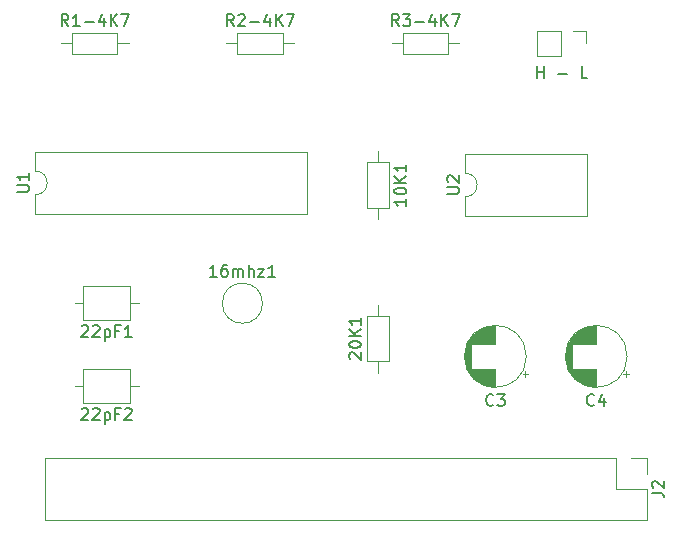
<source format=gbr>
%TF.GenerationSoftware,KiCad,Pcbnew,8.0.0*%
%TF.CreationDate,2024-02-26T14:23:39+00:00*%
%TF.ProjectId,piHat,70694861-742e-46b6-9963-61645f706362,rev?*%
%TF.SameCoordinates,Original*%
%TF.FileFunction,Legend,Top*%
%TF.FilePolarity,Positive*%
%FSLAX46Y46*%
G04 Gerber Fmt 4.6, Leading zero omitted, Abs format (unit mm)*
G04 Created by KiCad (PCBNEW 8.0.0) date 2024-02-26 14:23:39*
%MOMM*%
%LPD*%
G01*
G04 APERTURE LIST*
%ADD10C,0.150000*%
%ADD11C,0.120000*%
G04 APERTURE END LIST*
D10*
X127324819Y-89751904D02*
X128134342Y-89751904D01*
X128134342Y-89751904D02*
X128229580Y-89704285D01*
X128229580Y-89704285D02*
X128277200Y-89656666D01*
X128277200Y-89656666D02*
X128324819Y-89561428D01*
X128324819Y-89561428D02*
X128324819Y-89370952D01*
X128324819Y-89370952D02*
X128277200Y-89275714D01*
X128277200Y-89275714D02*
X128229580Y-89228095D01*
X128229580Y-89228095D02*
X128134342Y-89180476D01*
X128134342Y-89180476D02*
X127324819Y-89180476D01*
X127420057Y-88751904D02*
X127372438Y-88704285D01*
X127372438Y-88704285D02*
X127324819Y-88609047D01*
X127324819Y-88609047D02*
X127324819Y-88370952D01*
X127324819Y-88370952D02*
X127372438Y-88275714D01*
X127372438Y-88275714D02*
X127420057Y-88228095D01*
X127420057Y-88228095D02*
X127515295Y-88180476D01*
X127515295Y-88180476D02*
X127610533Y-88180476D01*
X127610533Y-88180476D02*
X127753390Y-88228095D01*
X127753390Y-88228095D02*
X128324819Y-88799523D01*
X128324819Y-88799523D02*
X128324819Y-88180476D01*
X96380952Y-100970057D02*
X96428571Y-100922438D01*
X96428571Y-100922438D02*
X96523809Y-100874819D01*
X96523809Y-100874819D02*
X96761904Y-100874819D01*
X96761904Y-100874819D02*
X96857142Y-100922438D01*
X96857142Y-100922438D02*
X96904761Y-100970057D01*
X96904761Y-100970057D02*
X96952380Y-101065295D01*
X96952380Y-101065295D02*
X96952380Y-101160533D01*
X96952380Y-101160533D02*
X96904761Y-101303390D01*
X96904761Y-101303390D02*
X96333333Y-101874819D01*
X96333333Y-101874819D02*
X96952380Y-101874819D01*
X97333333Y-100970057D02*
X97380952Y-100922438D01*
X97380952Y-100922438D02*
X97476190Y-100874819D01*
X97476190Y-100874819D02*
X97714285Y-100874819D01*
X97714285Y-100874819D02*
X97809523Y-100922438D01*
X97809523Y-100922438D02*
X97857142Y-100970057D01*
X97857142Y-100970057D02*
X97904761Y-101065295D01*
X97904761Y-101065295D02*
X97904761Y-101160533D01*
X97904761Y-101160533D02*
X97857142Y-101303390D01*
X97857142Y-101303390D02*
X97285714Y-101874819D01*
X97285714Y-101874819D02*
X97904761Y-101874819D01*
X98333333Y-101208152D02*
X98333333Y-102208152D01*
X98333333Y-101255771D02*
X98428571Y-101208152D01*
X98428571Y-101208152D02*
X98619047Y-101208152D01*
X98619047Y-101208152D02*
X98714285Y-101255771D01*
X98714285Y-101255771D02*
X98761904Y-101303390D01*
X98761904Y-101303390D02*
X98809523Y-101398628D01*
X98809523Y-101398628D02*
X98809523Y-101684342D01*
X98809523Y-101684342D02*
X98761904Y-101779580D01*
X98761904Y-101779580D02*
X98714285Y-101827200D01*
X98714285Y-101827200D02*
X98619047Y-101874819D01*
X98619047Y-101874819D02*
X98428571Y-101874819D01*
X98428571Y-101874819D02*
X98333333Y-101827200D01*
X99571428Y-101351009D02*
X99238095Y-101351009D01*
X99238095Y-101874819D02*
X99238095Y-100874819D01*
X99238095Y-100874819D02*
X99714285Y-100874819D01*
X100619047Y-101874819D02*
X100047619Y-101874819D01*
X100333333Y-101874819D02*
X100333333Y-100874819D01*
X100333333Y-100874819D02*
X100238095Y-101017676D01*
X100238095Y-101017676D02*
X100142857Y-101112914D01*
X100142857Y-101112914D02*
X100047619Y-101160533D01*
X119130057Y-103738094D02*
X119082438Y-103690475D01*
X119082438Y-103690475D02*
X119034819Y-103595237D01*
X119034819Y-103595237D02*
X119034819Y-103357142D01*
X119034819Y-103357142D02*
X119082438Y-103261904D01*
X119082438Y-103261904D02*
X119130057Y-103214285D01*
X119130057Y-103214285D02*
X119225295Y-103166666D01*
X119225295Y-103166666D02*
X119320533Y-103166666D01*
X119320533Y-103166666D02*
X119463390Y-103214285D01*
X119463390Y-103214285D02*
X120034819Y-103785713D01*
X120034819Y-103785713D02*
X120034819Y-103166666D01*
X119034819Y-102547618D02*
X119034819Y-102452380D01*
X119034819Y-102452380D02*
X119082438Y-102357142D01*
X119082438Y-102357142D02*
X119130057Y-102309523D01*
X119130057Y-102309523D02*
X119225295Y-102261904D01*
X119225295Y-102261904D02*
X119415771Y-102214285D01*
X119415771Y-102214285D02*
X119653866Y-102214285D01*
X119653866Y-102214285D02*
X119844342Y-102261904D01*
X119844342Y-102261904D02*
X119939580Y-102309523D01*
X119939580Y-102309523D02*
X119987200Y-102357142D01*
X119987200Y-102357142D02*
X120034819Y-102452380D01*
X120034819Y-102452380D02*
X120034819Y-102547618D01*
X120034819Y-102547618D02*
X119987200Y-102642856D01*
X119987200Y-102642856D02*
X119939580Y-102690475D01*
X119939580Y-102690475D02*
X119844342Y-102738094D01*
X119844342Y-102738094D02*
X119653866Y-102785713D01*
X119653866Y-102785713D02*
X119415771Y-102785713D01*
X119415771Y-102785713D02*
X119225295Y-102738094D01*
X119225295Y-102738094D02*
X119130057Y-102690475D01*
X119130057Y-102690475D02*
X119082438Y-102642856D01*
X119082438Y-102642856D02*
X119034819Y-102547618D01*
X120034819Y-101785713D02*
X119034819Y-101785713D01*
X120034819Y-101214285D02*
X119463390Y-101642856D01*
X119034819Y-101214285D02*
X119606247Y-101785713D01*
X120034819Y-100261904D02*
X120034819Y-100833332D01*
X120034819Y-100547618D02*
X119034819Y-100547618D01*
X119034819Y-100547618D02*
X119177676Y-100642856D01*
X119177676Y-100642856D02*
X119272914Y-100738094D01*
X119272914Y-100738094D02*
X119320533Y-100833332D01*
X90924819Y-89571904D02*
X91734342Y-89571904D01*
X91734342Y-89571904D02*
X91829580Y-89524285D01*
X91829580Y-89524285D02*
X91877200Y-89476666D01*
X91877200Y-89476666D02*
X91924819Y-89381428D01*
X91924819Y-89381428D02*
X91924819Y-89190952D01*
X91924819Y-89190952D02*
X91877200Y-89095714D01*
X91877200Y-89095714D02*
X91829580Y-89048095D01*
X91829580Y-89048095D02*
X91734342Y-89000476D01*
X91734342Y-89000476D02*
X90924819Y-89000476D01*
X91924819Y-88000476D02*
X91924819Y-88571904D01*
X91924819Y-88286190D02*
X90924819Y-88286190D01*
X90924819Y-88286190D02*
X91067676Y-88381428D01*
X91067676Y-88381428D02*
X91162914Y-88476666D01*
X91162914Y-88476666D02*
X91210533Y-88571904D01*
X131243558Y-107609579D02*
X131195939Y-107657199D01*
X131195939Y-107657199D02*
X131053082Y-107704818D01*
X131053082Y-107704818D02*
X130957844Y-107704818D01*
X130957844Y-107704818D02*
X130814987Y-107657199D01*
X130814987Y-107657199D02*
X130719749Y-107561960D01*
X130719749Y-107561960D02*
X130672130Y-107466722D01*
X130672130Y-107466722D02*
X130624511Y-107276246D01*
X130624511Y-107276246D02*
X130624511Y-107133389D01*
X130624511Y-107133389D02*
X130672130Y-106942913D01*
X130672130Y-106942913D02*
X130719749Y-106847675D01*
X130719749Y-106847675D02*
X130814987Y-106752437D01*
X130814987Y-106752437D02*
X130957844Y-106704818D01*
X130957844Y-106704818D02*
X131053082Y-106704818D01*
X131053082Y-106704818D02*
X131195939Y-106752437D01*
X131195939Y-106752437D02*
X131243558Y-106800056D01*
X131576892Y-106704818D02*
X132195939Y-106704818D01*
X132195939Y-106704818D02*
X131862606Y-107085770D01*
X131862606Y-107085770D02*
X132005463Y-107085770D01*
X132005463Y-107085770D02*
X132100701Y-107133389D01*
X132100701Y-107133389D02*
X132148320Y-107181008D01*
X132148320Y-107181008D02*
X132195939Y-107276246D01*
X132195939Y-107276246D02*
X132195939Y-107514341D01*
X132195939Y-107514341D02*
X132148320Y-107609579D01*
X132148320Y-107609579D02*
X132100701Y-107657199D01*
X132100701Y-107657199D02*
X132005463Y-107704818D01*
X132005463Y-107704818D02*
X131719749Y-107704818D01*
X131719749Y-107704818D02*
X131624511Y-107657199D01*
X131624511Y-107657199D02*
X131576892Y-107609579D01*
X109261904Y-75534819D02*
X108928571Y-75058628D01*
X108690476Y-75534819D02*
X108690476Y-74534819D01*
X108690476Y-74534819D02*
X109071428Y-74534819D01*
X109071428Y-74534819D02*
X109166666Y-74582438D01*
X109166666Y-74582438D02*
X109214285Y-74630057D01*
X109214285Y-74630057D02*
X109261904Y-74725295D01*
X109261904Y-74725295D02*
X109261904Y-74868152D01*
X109261904Y-74868152D02*
X109214285Y-74963390D01*
X109214285Y-74963390D02*
X109166666Y-75011009D01*
X109166666Y-75011009D02*
X109071428Y-75058628D01*
X109071428Y-75058628D02*
X108690476Y-75058628D01*
X109642857Y-74630057D02*
X109690476Y-74582438D01*
X109690476Y-74582438D02*
X109785714Y-74534819D01*
X109785714Y-74534819D02*
X110023809Y-74534819D01*
X110023809Y-74534819D02*
X110119047Y-74582438D01*
X110119047Y-74582438D02*
X110166666Y-74630057D01*
X110166666Y-74630057D02*
X110214285Y-74725295D01*
X110214285Y-74725295D02*
X110214285Y-74820533D01*
X110214285Y-74820533D02*
X110166666Y-74963390D01*
X110166666Y-74963390D02*
X109595238Y-75534819D01*
X109595238Y-75534819D02*
X110214285Y-75534819D01*
X110642857Y-75153866D02*
X111404762Y-75153866D01*
X112309523Y-74868152D02*
X112309523Y-75534819D01*
X112071428Y-74487200D02*
X111833333Y-75201485D01*
X111833333Y-75201485D02*
X112452380Y-75201485D01*
X112833333Y-75534819D02*
X112833333Y-74534819D01*
X113404761Y-75534819D02*
X112976190Y-74963390D01*
X113404761Y-74534819D02*
X112833333Y-75106247D01*
X113738095Y-74534819D02*
X114404761Y-74534819D01*
X114404761Y-74534819D02*
X113976190Y-75534819D01*
X95261904Y-75534819D02*
X94928571Y-75058628D01*
X94690476Y-75534819D02*
X94690476Y-74534819D01*
X94690476Y-74534819D02*
X95071428Y-74534819D01*
X95071428Y-74534819D02*
X95166666Y-74582438D01*
X95166666Y-74582438D02*
X95214285Y-74630057D01*
X95214285Y-74630057D02*
X95261904Y-74725295D01*
X95261904Y-74725295D02*
X95261904Y-74868152D01*
X95261904Y-74868152D02*
X95214285Y-74963390D01*
X95214285Y-74963390D02*
X95166666Y-75011009D01*
X95166666Y-75011009D02*
X95071428Y-75058628D01*
X95071428Y-75058628D02*
X94690476Y-75058628D01*
X96214285Y-75534819D02*
X95642857Y-75534819D01*
X95928571Y-75534819D02*
X95928571Y-74534819D01*
X95928571Y-74534819D02*
X95833333Y-74677676D01*
X95833333Y-74677676D02*
X95738095Y-74772914D01*
X95738095Y-74772914D02*
X95642857Y-74820533D01*
X96642857Y-75153866D02*
X97404762Y-75153866D01*
X98309523Y-74868152D02*
X98309523Y-75534819D01*
X98071428Y-74487200D02*
X97833333Y-75201485D01*
X97833333Y-75201485D02*
X98452380Y-75201485D01*
X98833333Y-75534819D02*
X98833333Y-74534819D01*
X99404761Y-75534819D02*
X98976190Y-74963390D01*
X99404761Y-74534819D02*
X98833333Y-75106247D01*
X99738095Y-74534819D02*
X100404761Y-74534819D01*
X100404761Y-74534819D02*
X99976190Y-75534819D01*
X123874819Y-90166666D02*
X123874819Y-90738094D01*
X123874819Y-90452380D02*
X122874819Y-90452380D01*
X122874819Y-90452380D02*
X123017676Y-90547618D01*
X123017676Y-90547618D02*
X123112914Y-90642856D01*
X123112914Y-90642856D02*
X123160533Y-90738094D01*
X122874819Y-89547618D02*
X122874819Y-89452380D01*
X122874819Y-89452380D02*
X122922438Y-89357142D01*
X122922438Y-89357142D02*
X122970057Y-89309523D01*
X122970057Y-89309523D02*
X123065295Y-89261904D01*
X123065295Y-89261904D02*
X123255771Y-89214285D01*
X123255771Y-89214285D02*
X123493866Y-89214285D01*
X123493866Y-89214285D02*
X123684342Y-89261904D01*
X123684342Y-89261904D02*
X123779580Y-89309523D01*
X123779580Y-89309523D02*
X123827200Y-89357142D01*
X123827200Y-89357142D02*
X123874819Y-89452380D01*
X123874819Y-89452380D02*
X123874819Y-89547618D01*
X123874819Y-89547618D02*
X123827200Y-89642856D01*
X123827200Y-89642856D02*
X123779580Y-89690475D01*
X123779580Y-89690475D02*
X123684342Y-89738094D01*
X123684342Y-89738094D02*
X123493866Y-89785713D01*
X123493866Y-89785713D02*
X123255771Y-89785713D01*
X123255771Y-89785713D02*
X123065295Y-89738094D01*
X123065295Y-89738094D02*
X122970057Y-89690475D01*
X122970057Y-89690475D02*
X122922438Y-89642856D01*
X122922438Y-89642856D02*
X122874819Y-89547618D01*
X123874819Y-88785713D02*
X122874819Y-88785713D01*
X123874819Y-88214285D02*
X123303390Y-88642856D01*
X122874819Y-88214285D02*
X123446247Y-88785713D01*
X123874819Y-87261904D02*
X123874819Y-87833332D01*
X123874819Y-87547618D02*
X122874819Y-87547618D01*
X122874819Y-87547618D02*
X123017676Y-87642856D01*
X123017676Y-87642856D02*
X123112914Y-87738094D01*
X123112914Y-87738094D02*
X123160533Y-87833332D01*
X144684819Y-115053333D02*
X145399104Y-115053333D01*
X145399104Y-115053333D02*
X145541961Y-115100952D01*
X145541961Y-115100952D02*
X145637200Y-115196190D01*
X145637200Y-115196190D02*
X145684819Y-115339047D01*
X145684819Y-115339047D02*
X145684819Y-115434285D01*
X144780057Y-114624761D02*
X144732438Y-114577142D01*
X144732438Y-114577142D02*
X144684819Y-114481904D01*
X144684819Y-114481904D02*
X144684819Y-114243809D01*
X144684819Y-114243809D02*
X144732438Y-114148571D01*
X144732438Y-114148571D02*
X144780057Y-114100952D01*
X144780057Y-114100952D02*
X144875295Y-114053333D01*
X144875295Y-114053333D02*
X144970533Y-114053333D01*
X144970533Y-114053333D02*
X145113390Y-114100952D01*
X145113390Y-114100952D02*
X145684819Y-114672380D01*
X145684819Y-114672380D02*
X145684819Y-114053333D01*
X107809523Y-96754819D02*
X107238095Y-96754819D01*
X107523809Y-96754819D02*
X107523809Y-95754819D01*
X107523809Y-95754819D02*
X107428571Y-95897676D01*
X107428571Y-95897676D02*
X107333333Y-95992914D01*
X107333333Y-95992914D02*
X107238095Y-96040533D01*
X108666666Y-95754819D02*
X108476190Y-95754819D01*
X108476190Y-95754819D02*
X108380952Y-95802438D01*
X108380952Y-95802438D02*
X108333333Y-95850057D01*
X108333333Y-95850057D02*
X108238095Y-95992914D01*
X108238095Y-95992914D02*
X108190476Y-96183390D01*
X108190476Y-96183390D02*
X108190476Y-96564342D01*
X108190476Y-96564342D02*
X108238095Y-96659580D01*
X108238095Y-96659580D02*
X108285714Y-96707200D01*
X108285714Y-96707200D02*
X108380952Y-96754819D01*
X108380952Y-96754819D02*
X108571428Y-96754819D01*
X108571428Y-96754819D02*
X108666666Y-96707200D01*
X108666666Y-96707200D02*
X108714285Y-96659580D01*
X108714285Y-96659580D02*
X108761904Y-96564342D01*
X108761904Y-96564342D02*
X108761904Y-96326247D01*
X108761904Y-96326247D02*
X108714285Y-96231009D01*
X108714285Y-96231009D02*
X108666666Y-96183390D01*
X108666666Y-96183390D02*
X108571428Y-96135771D01*
X108571428Y-96135771D02*
X108380952Y-96135771D01*
X108380952Y-96135771D02*
X108285714Y-96183390D01*
X108285714Y-96183390D02*
X108238095Y-96231009D01*
X108238095Y-96231009D02*
X108190476Y-96326247D01*
X109190476Y-96754819D02*
X109190476Y-96088152D01*
X109190476Y-96183390D02*
X109238095Y-96135771D01*
X109238095Y-96135771D02*
X109333333Y-96088152D01*
X109333333Y-96088152D02*
X109476190Y-96088152D01*
X109476190Y-96088152D02*
X109571428Y-96135771D01*
X109571428Y-96135771D02*
X109619047Y-96231009D01*
X109619047Y-96231009D02*
X109619047Y-96754819D01*
X109619047Y-96231009D02*
X109666666Y-96135771D01*
X109666666Y-96135771D02*
X109761904Y-96088152D01*
X109761904Y-96088152D02*
X109904761Y-96088152D01*
X109904761Y-96088152D02*
X110000000Y-96135771D01*
X110000000Y-96135771D02*
X110047619Y-96231009D01*
X110047619Y-96231009D02*
X110047619Y-96754819D01*
X110523809Y-96754819D02*
X110523809Y-95754819D01*
X110952380Y-96754819D02*
X110952380Y-96231009D01*
X110952380Y-96231009D02*
X110904761Y-96135771D01*
X110904761Y-96135771D02*
X110809523Y-96088152D01*
X110809523Y-96088152D02*
X110666666Y-96088152D01*
X110666666Y-96088152D02*
X110571428Y-96135771D01*
X110571428Y-96135771D02*
X110523809Y-96183390D01*
X111333333Y-96088152D02*
X111857142Y-96088152D01*
X111857142Y-96088152D02*
X111333333Y-96754819D01*
X111333333Y-96754819D02*
X111857142Y-96754819D01*
X112761904Y-96754819D02*
X112190476Y-96754819D01*
X112476190Y-96754819D02*
X112476190Y-95754819D01*
X112476190Y-95754819D02*
X112380952Y-95897676D01*
X112380952Y-95897676D02*
X112285714Y-95992914D01*
X112285714Y-95992914D02*
X112190476Y-96040533D01*
X123261904Y-75534819D02*
X122928571Y-75058628D01*
X122690476Y-75534819D02*
X122690476Y-74534819D01*
X122690476Y-74534819D02*
X123071428Y-74534819D01*
X123071428Y-74534819D02*
X123166666Y-74582438D01*
X123166666Y-74582438D02*
X123214285Y-74630057D01*
X123214285Y-74630057D02*
X123261904Y-74725295D01*
X123261904Y-74725295D02*
X123261904Y-74868152D01*
X123261904Y-74868152D02*
X123214285Y-74963390D01*
X123214285Y-74963390D02*
X123166666Y-75011009D01*
X123166666Y-75011009D02*
X123071428Y-75058628D01*
X123071428Y-75058628D02*
X122690476Y-75058628D01*
X123595238Y-74534819D02*
X124214285Y-74534819D01*
X124214285Y-74534819D02*
X123880952Y-74915771D01*
X123880952Y-74915771D02*
X124023809Y-74915771D01*
X124023809Y-74915771D02*
X124119047Y-74963390D01*
X124119047Y-74963390D02*
X124166666Y-75011009D01*
X124166666Y-75011009D02*
X124214285Y-75106247D01*
X124214285Y-75106247D02*
X124214285Y-75344342D01*
X124214285Y-75344342D02*
X124166666Y-75439580D01*
X124166666Y-75439580D02*
X124119047Y-75487200D01*
X124119047Y-75487200D02*
X124023809Y-75534819D01*
X124023809Y-75534819D02*
X123738095Y-75534819D01*
X123738095Y-75534819D02*
X123642857Y-75487200D01*
X123642857Y-75487200D02*
X123595238Y-75439580D01*
X124642857Y-75153866D02*
X125404762Y-75153866D01*
X126309523Y-74868152D02*
X126309523Y-75534819D01*
X126071428Y-74487200D02*
X125833333Y-75201485D01*
X125833333Y-75201485D02*
X126452380Y-75201485D01*
X126833333Y-75534819D02*
X126833333Y-74534819D01*
X127404761Y-75534819D02*
X126976190Y-74963390D01*
X127404761Y-74534819D02*
X126833333Y-75106247D01*
X127738095Y-74534819D02*
X128404761Y-74534819D01*
X128404761Y-74534819D02*
X127976190Y-75534819D01*
X134928571Y-79954819D02*
X134928571Y-78954819D01*
X134928571Y-79431009D02*
X135499999Y-79431009D01*
X135499999Y-79954819D02*
X135499999Y-78954819D01*
X136738095Y-79573866D02*
X137500000Y-79573866D01*
X139214285Y-79954819D02*
X138738095Y-79954819D01*
X138738095Y-79954819D02*
X138738095Y-78954819D01*
X139788446Y-107609579D02*
X139740827Y-107657199D01*
X139740827Y-107657199D02*
X139597970Y-107704818D01*
X139597970Y-107704818D02*
X139502732Y-107704818D01*
X139502732Y-107704818D02*
X139359875Y-107657199D01*
X139359875Y-107657199D02*
X139264637Y-107561960D01*
X139264637Y-107561960D02*
X139217018Y-107466722D01*
X139217018Y-107466722D02*
X139169399Y-107276246D01*
X139169399Y-107276246D02*
X139169399Y-107133389D01*
X139169399Y-107133389D02*
X139217018Y-106942913D01*
X139217018Y-106942913D02*
X139264637Y-106847675D01*
X139264637Y-106847675D02*
X139359875Y-106752437D01*
X139359875Y-106752437D02*
X139502732Y-106704818D01*
X139502732Y-106704818D02*
X139597970Y-106704818D01*
X139597970Y-106704818D02*
X139740827Y-106752437D01*
X139740827Y-106752437D02*
X139788446Y-106800056D01*
X140645589Y-107038151D02*
X140645589Y-107704818D01*
X140407494Y-106657199D02*
X140169399Y-107371484D01*
X140169399Y-107371484D02*
X140788446Y-107371484D01*
X96380952Y-107970057D02*
X96428571Y-107922438D01*
X96428571Y-107922438D02*
X96523809Y-107874819D01*
X96523809Y-107874819D02*
X96761904Y-107874819D01*
X96761904Y-107874819D02*
X96857142Y-107922438D01*
X96857142Y-107922438D02*
X96904761Y-107970057D01*
X96904761Y-107970057D02*
X96952380Y-108065295D01*
X96952380Y-108065295D02*
X96952380Y-108160533D01*
X96952380Y-108160533D02*
X96904761Y-108303390D01*
X96904761Y-108303390D02*
X96333333Y-108874819D01*
X96333333Y-108874819D02*
X96952380Y-108874819D01*
X97333333Y-107970057D02*
X97380952Y-107922438D01*
X97380952Y-107922438D02*
X97476190Y-107874819D01*
X97476190Y-107874819D02*
X97714285Y-107874819D01*
X97714285Y-107874819D02*
X97809523Y-107922438D01*
X97809523Y-107922438D02*
X97857142Y-107970057D01*
X97857142Y-107970057D02*
X97904761Y-108065295D01*
X97904761Y-108065295D02*
X97904761Y-108160533D01*
X97904761Y-108160533D02*
X97857142Y-108303390D01*
X97857142Y-108303390D02*
X97285714Y-108874819D01*
X97285714Y-108874819D02*
X97904761Y-108874819D01*
X98333333Y-108208152D02*
X98333333Y-109208152D01*
X98333333Y-108255771D02*
X98428571Y-108208152D01*
X98428571Y-108208152D02*
X98619047Y-108208152D01*
X98619047Y-108208152D02*
X98714285Y-108255771D01*
X98714285Y-108255771D02*
X98761904Y-108303390D01*
X98761904Y-108303390D02*
X98809523Y-108398628D01*
X98809523Y-108398628D02*
X98809523Y-108684342D01*
X98809523Y-108684342D02*
X98761904Y-108779580D01*
X98761904Y-108779580D02*
X98714285Y-108827200D01*
X98714285Y-108827200D02*
X98619047Y-108874819D01*
X98619047Y-108874819D02*
X98428571Y-108874819D01*
X98428571Y-108874819D02*
X98333333Y-108827200D01*
X99571428Y-108351009D02*
X99238095Y-108351009D01*
X99238095Y-108874819D02*
X99238095Y-107874819D01*
X99238095Y-107874819D02*
X99714285Y-107874819D01*
X100047619Y-107970057D02*
X100095238Y-107922438D01*
X100095238Y-107922438D02*
X100190476Y-107874819D01*
X100190476Y-107874819D02*
X100428571Y-107874819D01*
X100428571Y-107874819D02*
X100523809Y-107922438D01*
X100523809Y-107922438D02*
X100571428Y-107970057D01*
X100571428Y-107970057D02*
X100619047Y-108065295D01*
X100619047Y-108065295D02*
X100619047Y-108160533D01*
X100619047Y-108160533D02*
X100571428Y-108303390D01*
X100571428Y-108303390D02*
X100000000Y-108874819D01*
X100000000Y-108874819D02*
X100619047Y-108874819D01*
D11*
%TO.C,U2*%
X128870000Y-86340000D02*
X128870000Y-87990000D01*
X128870000Y-89990000D02*
X128870000Y-91640000D01*
X128870000Y-91640000D02*
X139150000Y-91640000D01*
X139150000Y-86340000D02*
X128870000Y-86340000D01*
X139150000Y-91640000D02*
X139150000Y-86340000D01*
X128870000Y-87990000D02*
G75*
G02*
X128870000Y-89990000I0J-1000000D01*
G01*
%TO.C,22pF1*%
X95790000Y-99000000D02*
X96480000Y-99000000D01*
X96480000Y-97580000D02*
X96480000Y-100420000D01*
X96480000Y-100420000D02*
X100520000Y-100420000D01*
X100520000Y-97580000D02*
X96480000Y-97580000D01*
X100520000Y-100420000D02*
X100520000Y-97580000D01*
X101210000Y-99000000D02*
X100520000Y-99000000D01*
%TO.C,20K1*%
X120580000Y-100080000D02*
X120580000Y-103920000D01*
X120580000Y-103920000D02*
X122420000Y-103920000D01*
X121500000Y-99130000D02*
X121500000Y-100080000D01*
X121500000Y-104870000D02*
X121500000Y-103920000D01*
X122420000Y-100080000D02*
X120580000Y-100080000D01*
X122420000Y-103920000D02*
X122420000Y-100080000D01*
%TO.C,U1*%
X92470000Y-86160000D02*
X92470000Y-87810000D01*
X92470000Y-89810000D02*
X92470000Y-91460000D01*
X92470000Y-91460000D02*
X115450000Y-91460000D01*
X115450000Y-86160000D02*
X92470000Y-86160000D01*
X115450000Y-91460000D02*
X115450000Y-86160000D01*
X92470000Y-87810000D02*
G75*
G02*
X92470000Y-89810000I0J-1000000D01*
G01*
%TO.C,C3*%
X128809225Y-103783999D02*
X128809225Y-103215999D01*
X128849225Y-104017999D02*
X128849225Y-102981999D01*
X128889225Y-104176999D02*
X128889225Y-102822999D01*
X128929225Y-104304999D02*
X128929225Y-102694999D01*
X128969225Y-104414999D02*
X128969225Y-102584999D01*
X129009225Y-104510999D02*
X129009225Y-102488999D01*
X129049225Y-104597999D02*
X129049225Y-102401999D01*
X129089225Y-104677999D02*
X129089225Y-102321999D01*
X129129225Y-104750999D02*
X129129225Y-102248999D01*
X129169225Y-104818999D02*
X129169225Y-102180999D01*
X129209225Y-104882999D02*
X129209225Y-102116999D01*
X129249225Y-104942999D02*
X129249225Y-102056999D01*
X129289225Y-104999999D02*
X129289225Y-101999999D01*
X129329225Y-105053999D02*
X129329225Y-101945999D01*
X129369225Y-105104999D02*
X129369225Y-101894999D01*
X129409225Y-102459999D02*
X129409225Y-101846999D01*
X129409225Y-105152999D02*
X129409225Y-104539999D01*
X129449225Y-102459999D02*
X129449225Y-101800999D01*
X129449225Y-105198999D02*
X129449225Y-104539999D01*
X129489225Y-102459999D02*
X129489225Y-101756999D01*
X129489225Y-105242999D02*
X129489225Y-104539999D01*
X129529225Y-102459999D02*
X129529225Y-101714999D01*
X129529225Y-105284999D02*
X129529225Y-104539999D01*
X129569225Y-102459999D02*
X129569225Y-101673999D01*
X129569225Y-105325999D02*
X129569225Y-104539999D01*
X129609225Y-102459999D02*
X129609225Y-101635999D01*
X129609225Y-105363999D02*
X129609225Y-104539999D01*
X129649225Y-102459999D02*
X129649225Y-101598999D01*
X129649225Y-105400999D02*
X129649225Y-104539999D01*
X129689225Y-102459999D02*
X129689225Y-101562999D01*
X129689225Y-105436999D02*
X129689225Y-104539999D01*
X129729225Y-102459999D02*
X129729225Y-101528999D01*
X129729225Y-105470999D02*
X129729225Y-104539999D01*
X129769225Y-102459999D02*
X129769225Y-101495999D01*
X129769225Y-105503999D02*
X129769225Y-104539999D01*
X129809225Y-102459999D02*
X129809225Y-101464999D01*
X129809225Y-105534999D02*
X129809225Y-104539999D01*
X129849225Y-102459999D02*
X129849225Y-101434999D01*
X129849225Y-105564999D02*
X129849225Y-104539999D01*
X129889225Y-102459999D02*
X129889225Y-101404999D01*
X129889225Y-105594999D02*
X129889225Y-104539999D01*
X129929225Y-102459999D02*
X129929225Y-101377999D01*
X129929225Y-105621999D02*
X129929225Y-104539999D01*
X129969225Y-102459999D02*
X129969225Y-101350999D01*
X129969225Y-105648999D02*
X129969225Y-104539999D01*
X130009225Y-102459999D02*
X130009225Y-101324999D01*
X130009225Y-105674999D02*
X130009225Y-104539999D01*
X130049225Y-102459999D02*
X130049225Y-101299999D01*
X130049225Y-105699999D02*
X130049225Y-104539999D01*
X130089225Y-102459999D02*
X130089225Y-101275999D01*
X130089225Y-105723999D02*
X130089225Y-104539999D01*
X130129225Y-102459999D02*
X130129225Y-101252999D01*
X130129225Y-105746999D02*
X130129225Y-104539999D01*
X130169225Y-102459999D02*
X130169225Y-101231999D01*
X130169225Y-105767999D02*
X130169225Y-104539999D01*
X130209225Y-102459999D02*
X130209225Y-101209999D01*
X130209225Y-105789999D02*
X130209225Y-104539999D01*
X130249225Y-102459999D02*
X130249225Y-101189999D01*
X130249225Y-105809999D02*
X130249225Y-104539999D01*
X130289225Y-102459999D02*
X130289225Y-101170999D01*
X130289225Y-105828999D02*
X130289225Y-104539999D01*
X130329225Y-102459999D02*
X130329225Y-101151999D01*
X130329225Y-105847999D02*
X130329225Y-104539999D01*
X130369225Y-102459999D02*
X130369225Y-101134999D01*
X130369225Y-105864999D02*
X130369225Y-104539999D01*
X130409225Y-102459999D02*
X130409225Y-101117999D01*
X130409225Y-105881999D02*
X130409225Y-104539999D01*
X130449225Y-102459999D02*
X130449225Y-101101999D01*
X130449225Y-105897999D02*
X130449225Y-104539999D01*
X130489225Y-102459999D02*
X130489225Y-101085999D01*
X130489225Y-105913999D02*
X130489225Y-104539999D01*
X130529225Y-102459999D02*
X130529225Y-101071999D01*
X130529225Y-105927999D02*
X130529225Y-104539999D01*
X130569225Y-102459999D02*
X130569225Y-101057999D01*
X130569225Y-105941999D02*
X130569225Y-104539999D01*
X130609225Y-102459999D02*
X130609225Y-101044999D01*
X130609225Y-105954999D02*
X130609225Y-104539999D01*
X130649225Y-102459999D02*
X130649225Y-101031999D01*
X130649225Y-105967999D02*
X130649225Y-104539999D01*
X130689225Y-102459999D02*
X130689225Y-101019999D01*
X130689225Y-105979999D02*
X130689225Y-104539999D01*
X130730225Y-102459999D02*
X130730225Y-101008999D01*
X130730225Y-105990999D02*
X130730225Y-104539999D01*
X130770225Y-102459999D02*
X130770225Y-100998999D01*
X130770225Y-106000999D02*
X130770225Y-104539999D01*
X130810225Y-102459999D02*
X130810225Y-100988999D01*
X130810225Y-106010999D02*
X130810225Y-104539999D01*
X130850225Y-102459999D02*
X130850225Y-100979999D01*
X130850225Y-106019999D02*
X130850225Y-104539999D01*
X130890225Y-102459999D02*
X130890225Y-100971999D01*
X130890225Y-106027999D02*
X130890225Y-104539999D01*
X130930225Y-102459999D02*
X130930225Y-100963999D01*
X130930225Y-106035999D02*
X130930225Y-104539999D01*
X130970225Y-102459999D02*
X130970225Y-100956999D01*
X130970225Y-106042999D02*
X130970225Y-104539999D01*
X131010225Y-102459999D02*
X131010225Y-100949999D01*
X131010225Y-106049999D02*
X131010225Y-104539999D01*
X131050225Y-102459999D02*
X131050225Y-100943999D01*
X131050225Y-106055999D02*
X131050225Y-104539999D01*
X131090225Y-102459999D02*
X131090225Y-100938999D01*
X131090225Y-106060999D02*
X131090225Y-104539999D01*
X131130225Y-102459999D02*
X131130225Y-100934999D01*
X131130225Y-106064999D02*
X131130225Y-104539999D01*
X131170225Y-102459999D02*
X131170225Y-100930999D01*
X131170225Y-106068999D02*
X131170225Y-104539999D01*
X131210225Y-102459999D02*
X131210225Y-100926999D01*
X131210225Y-106072999D02*
X131210225Y-104539999D01*
X131250225Y-102459999D02*
X131250225Y-100923999D01*
X131250225Y-106075999D02*
X131250225Y-104539999D01*
X131290225Y-102459999D02*
X131290225Y-100921999D01*
X131290225Y-106077999D02*
X131290225Y-104539999D01*
X131330225Y-102459999D02*
X131330225Y-100920999D01*
X131330225Y-106078999D02*
X131330225Y-104539999D01*
X131370225Y-102459999D02*
X131370225Y-100919999D01*
X131370225Y-106079999D02*
X131370225Y-104539999D01*
X131410225Y-102459999D02*
X131410225Y-100919999D01*
X131410225Y-106079999D02*
X131410225Y-104539999D01*
X133965000Y-105224999D02*
X133965000Y-104724999D01*
X134215000Y-104974999D02*
X133715000Y-104974999D01*
X134030225Y-103499999D02*
G75*
G02*
X128790225Y-103499999I-2620000J0D01*
G01*
X128790225Y-103499999D02*
G75*
G02*
X134030225Y-103499999I2620000J0D01*
G01*
%TO.C,R2-4K7*%
X108630000Y-77000000D02*
X109580000Y-77000000D01*
X109580000Y-76080000D02*
X109580000Y-77920000D01*
X109580000Y-77920000D02*
X113420000Y-77920000D01*
X113420000Y-76080000D02*
X109580000Y-76080000D01*
X113420000Y-77920000D02*
X113420000Y-76080000D01*
X114370000Y-77000000D02*
X113420000Y-77000000D01*
%TO.C,R1-4K7*%
X94630000Y-77000000D02*
X95580000Y-77000000D01*
X95580000Y-76080000D02*
X95580000Y-77920000D01*
X95580000Y-77920000D02*
X99420000Y-77920000D01*
X99420000Y-76080000D02*
X95580000Y-76080000D01*
X99420000Y-77920000D02*
X99420000Y-76080000D01*
X100370000Y-77000000D02*
X99420000Y-77000000D01*
%TO.C,10K1*%
X120580000Y-87080000D02*
X120580000Y-90920000D01*
X120580000Y-90920000D02*
X122420000Y-90920000D01*
X121500000Y-86130000D02*
X121500000Y-87080000D01*
X121500000Y-91870000D02*
X121500000Y-90920000D01*
X122420000Y-87080000D02*
X120580000Y-87080000D01*
X122420000Y-90920000D02*
X122420000Y-87080000D01*
%TO.C,J2*%
X93310000Y-112120000D02*
X93310000Y-117320000D01*
X141630000Y-112120000D02*
X93310000Y-112120000D01*
X141630000Y-112120000D02*
X141630000Y-114720000D01*
X141630000Y-114720000D02*
X144230000Y-114720000D01*
X142900000Y-112120000D02*
X144230000Y-112120000D01*
X144230000Y-112120000D02*
X144230000Y-113450000D01*
X144230000Y-114720000D02*
X144230000Y-117320000D01*
X144230000Y-117320000D02*
X93310000Y-117320000D01*
%TO.C,16mhz1*%
X108300000Y-99000000D02*
G75*
G02*
X111700000Y-99000000I1700000J0D01*
G01*
X111700000Y-99000000D02*
G75*
G02*
X108300000Y-99000000I-1700000J0D01*
G01*
%TO.C,R3-4K7*%
X122630000Y-77000000D02*
X123580000Y-77000000D01*
X123580000Y-76080000D02*
X123580000Y-77920000D01*
X123580000Y-77920000D02*
X127420000Y-77920000D01*
X127420000Y-76080000D02*
X123580000Y-76080000D01*
X127420000Y-77920000D02*
X127420000Y-76080000D01*
X128370000Y-77000000D02*
X127420000Y-77000000D01*
%TO.C,H - L*%
X134940000Y-75940000D02*
X134940000Y-78060000D01*
X137000000Y-75940000D02*
X134940000Y-75940000D01*
X137000000Y-75940000D02*
X137000000Y-78060000D01*
X137000000Y-78060000D02*
X134940000Y-78060000D01*
X138000000Y-75940000D02*
X139060000Y-75940000D01*
X139060000Y-75940000D02*
X139060000Y-77000000D01*
%TO.C,C4*%
X137354113Y-103783999D02*
X137354113Y-103215999D01*
X137394113Y-104017999D02*
X137394113Y-102981999D01*
X137434113Y-104176999D02*
X137434113Y-102822999D01*
X137474113Y-104304999D02*
X137474113Y-102694999D01*
X137514113Y-104414999D02*
X137514113Y-102584999D01*
X137554113Y-104510999D02*
X137554113Y-102488999D01*
X137594113Y-104597999D02*
X137594113Y-102401999D01*
X137634113Y-104677999D02*
X137634113Y-102321999D01*
X137674113Y-104750999D02*
X137674113Y-102248999D01*
X137714113Y-104818999D02*
X137714113Y-102180999D01*
X137754113Y-104882999D02*
X137754113Y-102116999D01*
X137794113Y-104942999D02*
X137794113Y-102056999D01*
X137834113Y-104999999D02*
X137834113Y-101999999D01*
X137874113Y-105053999D02*
X137874113Y-101945999D01*
X137914113Y-105104999D02*
X137914113Y-101894999D01*
X137954113Y-102459999D02*
X137954113Y-101846999D01*
X137954113Y-105152999D02*
X137954113Y-104539999D01*
X137994113Y-102459999D02*
X137994113Y-101800999D01*
X137994113Y-105198999D02*
X137994113Y-104539999D01*
X138034113Y-102459999D02*
X138034113Y-101756999D01*
X138034113Y-105242999D02*
X138034113Y-104539999D01*
X138074113Y-102459999D02*
X138074113Y-101714999D01*
X138074113Y-105284999D02*
X138074113Y-104539999D01*
X138114113Y-102459999D02*
X138114113Y-101673999D01*
X138114113Y-105325999D02*
X138114113Y-104539999D01*
X138154113Y-102459999D02*
X138154113Y-101635999D01*
X138154113Y-105363999D02*
X138154113Y-104539999D01*
X138194113Y-102459999D02*
X138194113Y-101598999D01*
X138194113Y-105400999D02*
X138194113Y-104539999D01*
X138234113Y-102459999D02*
X138234113Y-101562999D01*
X138234113Y-105436999D02*
X138234113Y-104539999D01*
X138274113Y-102459999D02*
X138274113Y-101528999D01*
X138274113Y-105470999D02*
X138274113Y-104539999D01*
X138314113Y-102459999D02*
X138314113Y-101495999D01*
X138314113Y-105503999D02*
X138314113Y-104539999D01*
X138354113Y-102459999D02*
X138354113Y-101464999D01*
X138354113Y-105534999D02*
X138354113Y-104539999D01*
X138394113Y-102459999D02*
X138394113Y-101434999D01*
X138394113Y-105564999D02*
X138394113Y-104539999D01*
X138434113Y-102459999D02*
X138434113Y-101404999D01*
X138434113Y-105594999D02*
X138434113Y-104539999D01*
X138474113Y-102459999D02*
X138474113Y-101377999D01*
X138474113Y-105621999D02*
X138474113Y-104539999D01*
X138514113Y-102459999D02*
X138514113Y-101350999D01*
X138514113Y-105648999D02*
X138514113Y-104539999D01*
X138554113Y-102459999D02*
X138554113Y-101324999D01*
X138554113Y-105674999D02*
X138554113Y-104539999D01*
X138594113Y-102459999D02*
X138594113Y-101299999D01*
X138594113Y-105699999D02*
X138594113Y-104539999D01*
X138634113Y-102459999D02*
X138634113Y-101275999D01*
X138634113Y-105723999D02*
X138634113Y-104539999D01*
X138674113Y-102459999D02*
X138674113Y-101252999D01*
X138674113Y-105746999D02*
X138674113Y-104539999D01*
X138714113Y-102459999D02*
X138714113Y-101231999D01*
X138714113Y-105767999D02*
X138714113Y-104539999D01*
X138754113Y-102459999D02*
X138754113Y-101209999D01*
X138754113Y-105789999D02*
X138754113Y-104539999D01*
X138794113Y-102459999D02*
X138794113Y-101189999D01*
X138794113Y-105809999D02*
X138794113Y-104539999D01*
X138834113Y-102459999D02*
X138834113Y-101170999D01*
X138834113Y-105828999D02*
X138834113Y-104539999D01*
X138874113Y-102459999D02*
X138874113Y-101151999D01*
X138874113Y-105847999D02*
X138874113Y-104539999D01*
X138914113Y-102459999D02*
X138914113Y-101134999D01*
X138914113Y-105864999D02*
X138914113Y-104539999D01*
X138954113Y-102459999D02*
X138954113Y-101117999D01*
X138954113Y-105881999D02*
X138954113Y-104539999D01*
X138994113Y-102459999D02*
X138994113Y-101101999D01*
X138994113Y-105897999D02*
X138994113Y-104539999D01*
X139034113Y-102459999D02*
X139034113Y-101085999D01*
X139034113Y-105913999D02*
X139034113Y-104539999D01*
X139074113Y-102459999D02*
X139074113Y-101071999D01*
X139074113Y-105927999D02*
X139074113Y-104539999D01*
X139114113Y-102459999D02*
X139114113Y-101057999D01*
X139114113Y-105941999D02*
X139114113Y-104539999D01*
X139154113Y-102459999D02*
X139154113Y-101044999D01*
X139154113Y-105954999D02*
X139154113Y-104539999D01*
X139194113Y-102459999D02*
X139194113Y-101031999D01*
X139194113Y-105967999D02*
X139194113Y-104539999D01*
X139234113Y-102459999D02*
X139234113Y-101019999D01*
X139234113Y-105979999D02*
X139234113Y-104539999D01*
X139275113Y-102459999D02*
X139275113Y-101008999D01*
X139275113Y-105990999D02*
X139275113Y-104539999D01*
X139315113Y-102459999D02*
X139315113Y-100998999D01*
X139315113Y-106000999D02*
X139315113Y-104539999D01*
X139355113Y-102459999D02*
X139355113Y-100988999D01*
X139355113Y-106010999D02*
X139355113Y-104539999D01*
X139395113Y-102459999D02*
X139395113Y-100979999D01*
X139395113Y-106019999D02*
X139395113Y-104539999D01*
X139435113Y-102459999D02*
X139435113Y-100971999D01*
X139435113Y-106027999D02*
X139435113Y-104539999D01*
X139475113Y-102459999D02*
X139475113Y-100963999D01*
X139475113Y-106035999D02*
X139475113Y-104539999D01*
X139515113Y-102459999D02*
X139515113Y-100956999D01*
X139515113Y-106042999D02*
X139515113Y-104539999D01*
X139555113Y-102459999D02*
X139555113Y-100949999D01*
X139555113Y-106049999D02*
X139555113Y-104539999D01*
X139595113Y-102459999D02*
X139595113Y-100943999D01*
X139595113Y-106055999D02*
X139595113Y-104539999D01*
X139635113Y-102459999D02*
X139635113Y-100938999D01*
X139635113Y-106060999D02*
X139635113Y-104539999D01*
X139675113Y-102459999D02*
X139675113Y-100934999D01*
X139675113Y-106064999D02*
X139675113Y-104539999D01*
X139715113Y-102459999D02*
X139715113Y-100930999D01*
X139715113Y-106068999D02*
X139715113Y-104539999D01*
X139755113Y-102459999D02*
X139755113Y-100926999D01*
X139755113Y-106072999D02*
X139755113Y-104539999D01*
X139795113Y-102459999D02*
X139795113Y-100923999D01*
X139795113Y-106075999D02*
X139795113Y-104539999D01*
X139835113Y-102459999D02*
X139835113Y-100921999D01*
X139835113Y-106077999D02*
X139835113Y-104539999D01*
X139875113Y-102459999D02*
X139875113Y-100920999D01*
X139875113Y-106078999D02*
X139875113Y-104539999D01*
X139915113Y-102459999D02*
X139915113Y-100919999D01*
X139915113Y-106079999D02*
X139915113Y-104539999D01*
X139955113Y-102459999D02*
X139955113Y-100919999D01*
X139955113Y-106079999D02*
X139955113Y-104539999D01*
X142509888Y-105224999D02*
X142509888Y-104724999D01*
X142759888Y-104974999D02*
X142259888Y-104974999D01*
X142575113Y-103499999D02*
G75*
G02*
X137335113Y-103499999I-2620000J0D01*
G01*
X137335113Y-103499999D02*
G75*
G02*
X142575113Y-103499999I2620000J0D01*
G01*
%TO.C,22pF2*%
X95790000Y-106000000D02*
X96480000Y-106000000D01*
X96480000Y-104580000D02*
X96480000Y-107420000D01*
X96480000Y-107420000D02*
X100520000Y-107420000D01*
X100520000Y-104580000D02*
X96480000Y-104580000D01*
X100520000Y-107420000D02*
X100520000Y-104580000D01*
X101210000Y-106000000D02*
X100520000Y-106000000D01*
%TD*%
M02*

</source>
